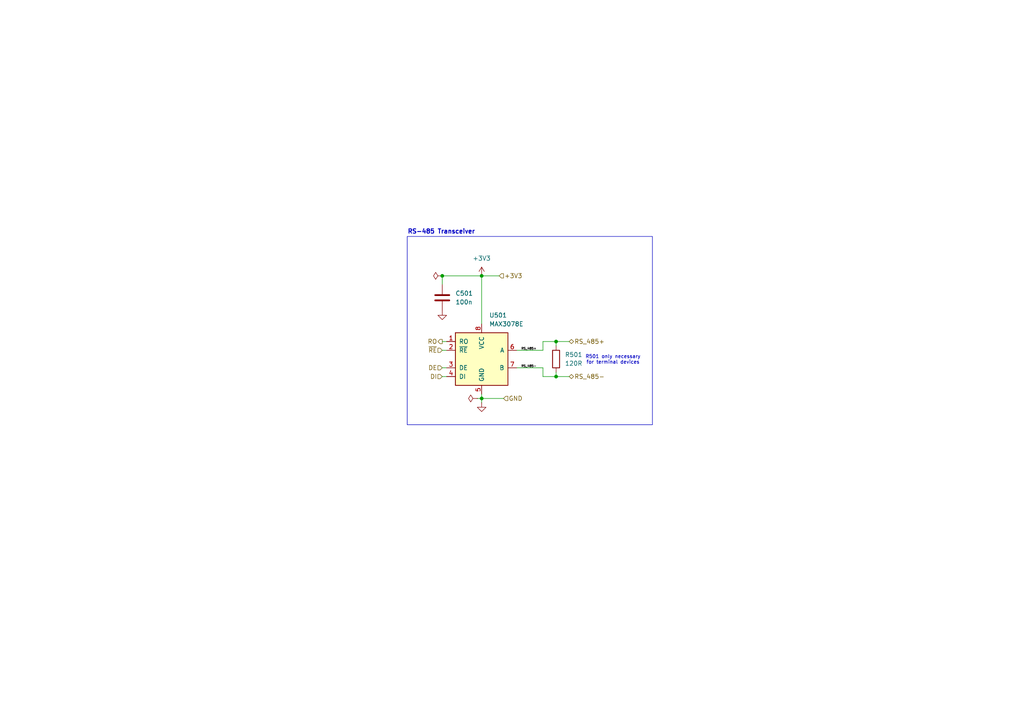
<source format=kicad_sch>
(kicad_sch (version 20231120) (generator "eeschema") (generator_version "8.0")
  (paper "A4")
  (title_block (title "SL_ST Tweezer Control Board") (date "2024-03-01") (rev "A1") (company "Olympus Engineering"))
  (lib_symbols
    (symbol "Device:C" (pin_numbers hide) (pin_names (offset 0.254))
      (property "Reference" "C" (at 0.635 2.54 0))
      (property "Value" "C" (at 0.635 -2.54 0))
      (symbol "C_0_1"
        (polyline (pts (xy -2.032 -0.762) (xy 2.032 -0.762)) (stroke (width 0.508)))
        (polyline (pts (xy -2.032 0.762) (xy 2.032 0.762)) (stroke (width 0.508)))
      )
      (symbol "C_1_1"
        (pin passive line (at 0 3.81 270) (length 2.794) (name "~") (number "1"))
        (pin passive line (at 0 -3.81 90) (length 2.794) (name "~") (number "2"))
      )
    )
    (symbol "Device:R" (pin_numbers hide) (pin_names (offset 0))
      (property "Reference" "R" (at 2.032 0 90))
      (property "Value" "R" (at 0 0 90))
      (symbol "R_0_1"
        (rectangle (start -1.016 -2.54) (end 1.016 2.54) (stroke (width 0.254)))
      )
      (symbol "R_1_1"
        (pin passive line (at 0 3.81 270) (length 1.27) (name "~") (number "1"))
        (pin passive line (at 0 -3.81 90) (length 1.27) (name "~") (number "2"))
      )
    )
    (symbol "Interface_UART:MAX3078E" (pin_names (offset 1.016))
      (property "Reference" "U" (at -7.62 8.89 0))
      (property "Value" "MAX3078E" (at 2.54 8.89 0))
      (symbol "MAX3078E_0_1"
        (rectangle (start -7.62 7.62) (end 7.62 -7.62) (stroke (width 0.254)) (fill (type background)))
      )
      (symbol "MAX3078E_1_1"
        (pin output line (at -10.16 5.08 0) (length 2.54) (name "RO") (number "1"))
        (pin input line (at -10.16 2.54 0) (length 2.54) (name "~{RE}") (number "2"))
        (pin input line (at -10.16 -2.54 0) (length 2.54) (name "DE") (number "3"))
        (pin input line (at -10.16 -5.08 0) (length 2.54) (name "DI") (number "4"))
        (pin power_in line (at 0 -10.16 90) (length 2.54) (name "GND") (number "5"))
        (pin bidirectional line (at 10.16 2.54 180) (length 2.54) (name "A") (number "6"))
        (pin bidirectional line (at 10.16 -2.54 180) (length 2.54) (name "B") (number "7"))
        (pin power_in line (at 0 10.16 270) (length 2.54) (name "VCC") (number "8"))
      )
    )
    (symbol "power:+3V3" (power) (pin_numbers hide) (pin_names (offset 0) hide)
      (property "Value" "+3V3" (at 0 3.556 0))
      (symbol "+3V3_0_1"
        (polyline (pts (xy -0.762 1.27) (xy 0 2.54)))
        (polyline (pts (xy 0 0) (xy 0 2.54)))
        (polyline (pts (xy 0 2.54) (xy 0.762 1.27)))
      )
      (symbol "+3V3_1_1"
        (pin power_in line (at 0 0 90) (length 0) (name "~") (number "1"))
      )
    )
    (symbol "power:GND" (power) (pin_numbers hide) (pin_names (offset 0) hide)
      (property "Value" "GND" (at 0 -3.81 0))
      (symbol "GND_0_1"
        (polyline (pts (xy 0 0) (xy 0 -1.27) (xy 1.27 -1.27) (xy 0 -2.54) (xy -1.27 -1.27) (xy 0 -1.27)))
      )
      (symbol "GND_1_1"
        (pin power_in line (at 0 0 270) (length 0) (name "~") (number "1"))
      )
    )
    (symbol "power:PWR_FLAG" (power) (pin_numbers hide) (pin_names (offset 0) hide)
      (property "Value" "PWR_FLAG" (at 0 3.81 0))
      (symbol "PWR_FLAG_0_0"
        (pin power_out line (at 0 0 90) (length 0) (name "~") (number "1"))
      )
      (symbol "PWR_FLAG_0_1"
        (polyline (pts (xy 0 0) (xy 0 1.27) (xy -1.016 1.905) (xy 0 2.54) (xy 1.016 1.905) (xy 0 1.27)))
      )
    )
  )
  (junction (at 128.27 80.01))
  (junction (at 139.7 115.57))
  (junction (at 161.29 109.22))
  (junction (at 139.7 80.01))
  (junction (at 161.29 99.06))
  (wire (pts (xy 128.27 106.68) (xy 129.54 106.68)))
  (wire (pts (xy 157.48 109.22) (xy 161.29 109.22)))
  (wire (pts (xy 128.27 109.22) (xy 129.54 109.22)))
  (wire (pts (xy 157.48 109.22) (xy 157.48 106.68)))
  (wire (pts (xy 157.48 99.06) (xy 157.48 101.6)))
  (wire (pts (xy 161.29 99.06) (xy 165.1 99.06)))
  (wire (pts (xy 128.27 82.55) (xy 128.27 80.01)))
  (wire (pts (xy 128.27 99.06) (xy 129.54 99.06)))
  (wire (pts (xy 139.7 116.84) (xy 139.7 115.57)))
  (wire (pts (xy 139.7 115.57) (xy 139.7 114.3)))
  (wire (pts (xy 138.43 115.57) (xy 139.7 115.57)))
  (wire (pts (xy 157.48 106.68) (xy 149.86 106.68)))
  (wire (pts (xy 157.48 101.6) (xy 149.86 101.6)))
  (wire (pts (xy 128.27 80.01) (xy 139.7 80.01)))
  (wire (pts (xy 161.29 99.06) (xy 161.29 100.33)))
  (wire (pts (xy 157.48 99.06) (xy 161.29 99.06)))
  (wire (pts (xy 139.7 80.01) (xy 139.7 93.98)))
  (wire (pts (xy 139.7 80.01) (xy 144.78 80.01)))
  (wire (pts (xy 161.29 107.95) (xy 161.29 109.22)))
  (wire (pts (xy 139.7 115.57) (xy 146.05 115.57)))
  (wire (pts (xy 128.27 101.6) (xy 129.54 101.6)))
  (wire (pts (xy 161.29 109.22) (xy 165.1 109.22)))
  (rectangle (start 118.11 68.58) (end 189.23 123.19))
  (text "R501 only necessary\nfor terminal devices" (at 177.8 104.394 0) (effects (font (size 1 1))))
  (text "RS-485 Transceiver" (at 128.016 67.31 0) (effects (font (size 1.27 1.27) (thickness 0.254) (bold yes))))
  (label "RS_485-" (at 151.13 106.68 0) (effects (font (size 0.635 0.635))))
  (label "RS_485+" (at 151.13 101.6 0) (effects (font (size 0.635 0.635))))
  (hierarchical_label "RO" (shape output) (at 128.27 99.06 180))
  (hierarchical_label "DE" (shape input) (at 128.27 106.68 180))
  (hierarchical_label "GND" (shape input) (at 146.05 115.57 0))
  (hierarchical_label "RS_485+" (shape bidirectional) (at 165.1 99.06 0))
  (hierarchical_label "DI" (shape input) (at 128.27 109.22 180))
  (hierarchical_label "+3V3" (shape input) (at 144.78 80.01 0))
  (hierarchical_label "RS_485-" (shape bidirectional) (at 165.1 109.22 0))
  (hierarchical_label "~{RE}" (shape input) (at 128.27 101.6 180))
  (symbol (lib_id "power:PWR_FLAG") (at 138.43 115.57 90) (unit 1)
    (property "Reference" "#FLG0502" (effects (hide yes)))
    (property "Value" "PWR_FLAG" (effects (hide yes)))
    (property "Description" "Special symbol for telling ERC where power comes from" (effects (hide yes)))
  )
  (symbol (lib_id "Interface_UART:MAX3078E") (at 139.7 104.14 0) (unit 1)
    (property "Reference" "U501" (at 141.8941 91.44 0) (effects (justify left)))
    (property "Value" "MAX3078E" (at 141.8941 93.98 0) (effects (justify left)))
    (property "Footprint" "Package_SO:SOIC-8_3.9x4.9mm_P1.27mm" (effects (hide yes)))
    (property "Datasheet" "https://datasheets.maximintegrated.com/en/ds/MAX3070E-MAX3079E.pdf" (effects (hide yes)))
    (property "Description" "+3.3V, ±15kV ESD-Protected, Fail-Safe, Hot-Swap, RS-485/RS-422 Transceivers, SOIC-8" (effects (hide yes)))
  )
  (symbol (lib_id "power:+3V3") (at 139.7 80.01 0) (unit 1)
    (property "Reference" "#PWR0503" (effects (hide yes)))
    (property "Value" "+3V3" (at 139.7 74.93 0))
    (property "Description" "Power symbol creates a global label with name \"+3V3\"" (effects (hide yes)))
  )
  (symbol (lib_id "Device:C") (at 128.27 86.36 0) (unit 1)
    (property "Reference" "C501" (at 132.08 85.0899 0) (effects (justify left)))
    (property "Value" "100n" (at 132.08 87.6299 0) (effects (justify left)))
    (property "Description" "Unpolarized capacitor" (effects (hide yes)))
  )
  (symbol (lib_id "Device:R") (at 161.29 104.14 0) (unit 1)
    (property "Reference" "R501" (at 163.83 102.8699 0) (effects (justify left)))
    (property "Value" "120R" (at 163.83 105.4099 0) (effects (justify left)))
    (property "Description" "Resistor" (effects (hide yes)))
  )
  (symbol (lib_id "power:GND") (at 128.27 90.17 0) (unit 1)
    (property "Reference" "#PWR0501" (effects (hide yes)))
    (property "Value" "GND" (effects (hide yes)))
    (property "Description" "Power symbol creates a global label with name \"GND\" , ground" (effects (hide yes)))
  )
  (symbol (lib_id "power:GND") (at 139.7 116.84 0) (unit 1)
    (property "Reference" "#PWR0502" (effects (hide yes)))
    (property "Value" "GND" (effects (hide yes)))
    (property "Description" "Power symbol creates a global label with name \"GND\" , ground" (effects (hide yes)))
  )
  (symbol (lib_id "power:PWR_FLAG") (at 128.27 80.01 90) (unit 1)
    (property "Reference" "#FLG0501" (effects (hide yes)))
    (property "Value" "PWR_FLAG" (effects (hide yes)))
    (property "Description" "Special symbol for telling ERC where power comes from" (effects (hide yes)))
  )
)
</source>
